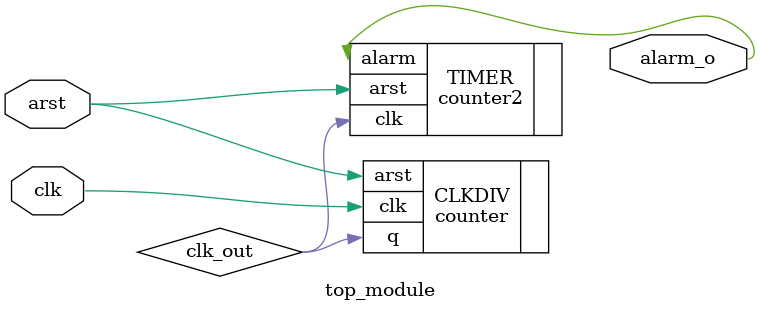
<source format=v>
`timescale 1ns / 1ps


module top_module(
 input clk,
 input arst,
 output alarm_o
    );
    
    // Generating clock from counter 1 which acts as clock to next counter.
    // clk output
    wire clk_out;
    
    // counter 1 instance
    counter CLKDIV(.clk(clk),.arst(arst),.q(clk_out));
    
    
    // counter 2 instance.
    counter2 TIMER(.clk(clk_out),.arst(arst),.alarm(alarm_o));
    
endmodule

</source>
